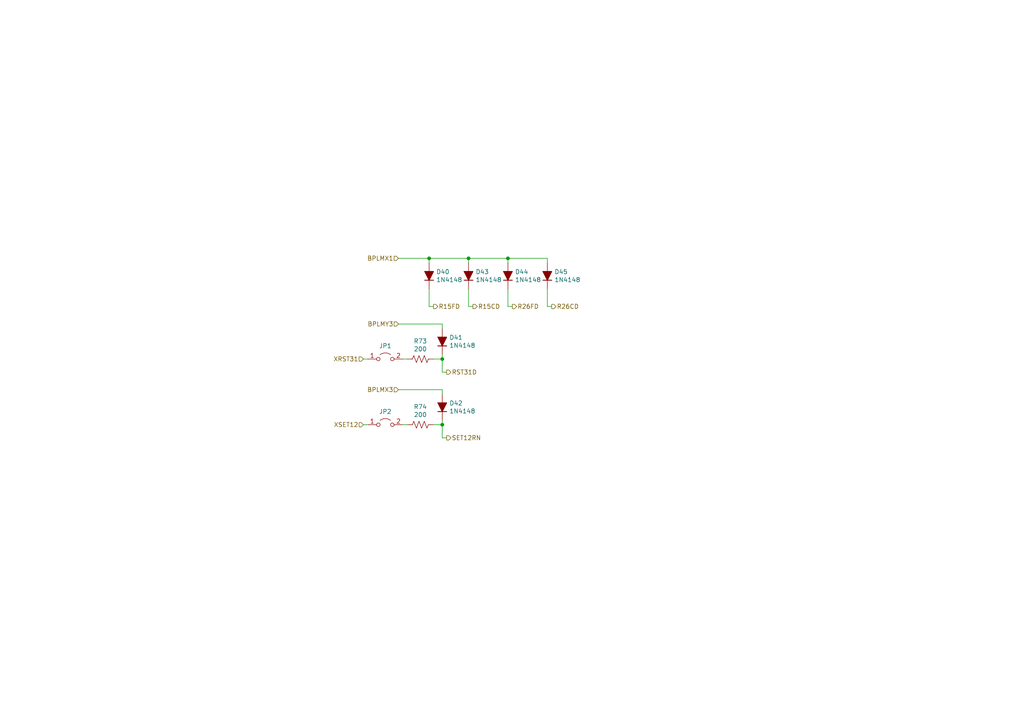
<source format=kicad_sch>
(kicad_sch (version 20211123) (generator eeschema)
  (paper "A4")
  (lib_symbols
    (symbol "Device:D_Filled" (pin_numbers hide) (pin_names (offset 1.016) hide)
      (property "Reference" "D" (at 0 2.54 0))
      (property "Value" "D_Filled" (at 0 -2.54 0))
      (symbol "D_Filled_0_1"
        (polyline (pts (xy -1.27 1.27) (xy -1.27 -1.27)) (stroke (width 0.254)))
        (polyline (pts (xy 1.27 0) (xy -1.27 0)))
        (polyline (pts (xy 1.27 1.27) (xy 1.27 -1.27) (xy -1.27 0) (xy 1.27 1.27)) (stroke (width 0.254)) (fill (type outline)))
      )
      (symbol "D_Filled_1_1"
        (pin passive line (at -3.81 0 0) (length 2.54) (name "K") (number "1"))
        (pin passive line (at 3.81 0 180) (length 2.54) (name "A") (number "2"))
      )
    )
    (symbol "Device:R_US" (pin_numbers hide) (pin_names (offset 0))
      (property "Reference" "R" (at 2.54 0 90))
      (property "Value" "R_US" (at -2.54 0 90))
      (symbol "R_US_0_1"
        (polyline (pts (xy 0 -2.286) (xy 0 -2.54)))
        (polyline (pts (xy 0 2.286) (xy 0 2.54)))
        (polyline (pts (xy 0 -0.762) (xy 1.016 -1.143) (xy 0 -1.524) (xy -1.016 -1.905) (xy 0 -2.286)))
        (polyline (pts (xy 0 0.762) (xy 1.016 0.381) (xy 0 0) (xy -1.016 -0.381) (xy 0 -0.762)))
        (polyline (pts (xy 0 2.286) (xy 1.016 1.905) (xy 0 1.524) (xy -1.016 1.143) (xy 0 0.762)))
      )
      (symbol "R_US_1_1"
        (pin passive line (at 0 3.81 270) (length 1.27) (name "~") (number "1"))
        (pin passive line (at 0 -3.81 90) (length 1.27) (name "~") (number "2"))
      )
    )
    (symbol "Jumper:Jumper_2_Open" (pin_names (offset 0) hide)
      (property "Reference" "JP" (at 0 2.794 0))
      (property "Value" "Jumper_2_Open" (at 0 -2.286 0))
      (symbol "Jumper_2_Open_0_0"
        (circle (center -2.032 0) (radius 0.508))
        (circle (center 2.032 0) (radius 0.508))
      )
      (symbol "Jumper_2_Open_0_1"
        (arc (start 1.524 1.27) (mid 0 1.778) (end -1.524 1.27))
      )
      (symbol "Jumper_2_Open_1_1"
        (pin passive line (at -5.08 0 0) (length 2.54) (name "A") (number "1"))
        (pin passive line (at 5.08 0 180) (length 2.54) (name "B") (number "2"))
      )
    )
  )
  (junction (at 135.89 74.93))
  (junction (at 128.27 123.19))
  (junction (at 124.46 74.93))
  (junction (at 128.27 104.14))
  (junction (at 147.32 74.93))
  (wire (pts (xy 128.27 123.19) (xy 128.27 127)))
  (wire (pts (xy 128.27 104.14) (xy 125.73 104.14)))
  (wire (pts (xy 115.57 93.98) (xy 128.27 93.98)))
  (wire (pts (xy 148.59 88.9) (xy 147.32 88.9)))
  (wire (pts (xy 147.32 74.93) (xy 158.75 74.93)))
  (wire (pts (xy 135.89 83.82) (xy 135.89 88.9)))
  (wire (pts (xy 118.11 123.19) (xy 116.84 123.19)))
  (wire (pts (xy 124.46 74.93) (xy 115.57 74.93)))
  (wire (pts (xy 158.75 74.93) (xy 158.75 76.2)))
  (wire (pts (xy 135.89 74.93) (xy 147.32 74.93)))
  (wire (pts (xy 124.46 83.82) (xy 124.46 88.9)))
  (wire (pts (xy 125.73 88.9) (xy 124.46 88.9)))
  (wire (pts (xy 129.54 127) (xy 128.27 127)))
  (wire (pts (xy 129.54 107.95) (xy 128.27 107.95)))
  (wire (pts (xy 147.32 83.82) (xy 147.32 88.9)))
  (wire (pts (xy 124.46 74.93) (xy 124.46 76.2)))
  (wire (pts (xy 147.32 74.93) (xy 147.32 76.2)))
  (wire (pts (xy 128.27 121.92) (xy 128.27 123.19)))
  (wire (pts (xy 135.89 74.93) (xy 135.89 76.2)))
  (wire (pts (xy 158.75 83.82) (xy 158.75 88.9)))
  (wire (pts (xy 128.27 113.03) (xy 128.27 114.3)))
  (wire (pts (xy 160.02 88.9) (xy 158.75 88.9)))
  (wire (pts (xy 124.46 74.93) (xy 135.89 74.93)))
  (wire (pts (xy 105.41 123.19) (xy 106.68 123.19)))
  (wire (pts (xy 128.27 95.25) (xy 128.27 93.98)))
  (wire (pts (xy 128.27 102.87) (xy 128.27 104.14)))
  (wire (pts (xy 118.11 104.14) (xy 116.84 104.14)))
  (wire (pts (xy 128.27 123.19) (xy 125.73 123.19)))
  (wire (pts (xy 105.41 104.14) (xy 106.68 104.14)))
  (wire (pts (xy 115.57 113.03) (xy 128.27 113.03)))
  (wire (pts (xy 128.27 104.14) (xy 128.27 107.95)))
  (wire (pts (xy 137.16 88.9) (xy 135.89 88.9)))
  (hierarchical_label "R15CD" (shape output) (at 137.16 88.9 0))
  (hierarchical_label "R26FD" (shape output) (at 148.59 88.9 0))
  (hierarchical_label "BPLMY3" (shape input) (at 115.57 93.98 180))
  (hierarchical_label "XSET12" (shape input) (at 105.41 123.19 180))
  (hierarchical_label "R15FD" (shape output) (at 125.73 88.9 0))
  (hierarchical_label "BPLMX1" (shape input) (at 115.57 74.93 180))
  (hierarchical_label "BPLMX3" (shape input) (at 115.57 113.03 180))
  (hierarchical_label "SET12RN" (shape output) (at 129.54 127 0))
  (hierarchical_label "XRST31" (shape input) (at 105.41 104.14 180))
  (hierarchical_label "RST31D" (shape output) (at 129.54 107.95 0))
  (hierarchical_label "R26CD" (shape output) (at 160.02 88.9 0))
  (symbol (lib_id "Device:D_Filled") (at 124.46 80.01 90) (unit 1)
    (property "Reference" "D40" (at 126.492 78.8416 90) (effects (justify right)))
    (property "Value" "1N4148" (at 126.492 81.153 90) (effects (justify right)))
    (property "Footprint" "Diode_SMD:D_SOD-323" (effects hide))
    (property "Part Number" "1N4148WSTR" (effects hide))
    (property "Digikey" "https://www.digikey.com/en/products/detail/smc-diode-solutions/1N4148WSTR/6022449" (effects hide))
  )
  (symbol (lib_id "Device:D_Filled") (at 135.89 80.01 90) (unit 1)
    (property "Reference" "D43" (at 137.922 78.8416 90) (effects (justify right)))
    (property "Value" "1N4148" (at 137.922 81.153 90) (effects (justify right)))
    (property "Footprint" "Diode_SMD:D_SOD-323" (effects hide))
    (property "Part Number" "1N4148WSTR" (effects hide))
    (property "Digikey" "https://www.digikey.com/en/products/detail/smc-diode-solutions/1N4148WSTR/6022449" (effects hide))
  )
  (symbol (lib_id "Device:D_Filled") (at 147.32 80.01 90) (unit 1)
    (property "Reference" "D44" (at 149.352 78.8416 90) (effects (justify right)))
    (property "Value" "1N4148" (at 149.352 81.153 90) (effects (justify right)))
    (property "Footprint" "Diode_SMD:D_SOD-323" (effects hide))
    (property "Part Number" "1N4148WSTR" (effects hide))
    (property "Digikey" "https://www.digikey.com/en/products/detail/smc-diode-solutions/1N4148WSTR/6022449" (effects hide))
  )
  (symbol (lib_id "Device:D_Filled") (at 158.75 80.01 90) (unit 1)
    (property "Reference" "D45" (at 160.782 78.8416 90) (effects (justify right)))
    (property "Value" "1N4148" (at 160.782 81.153 90) (effects (justify right)))
    (property "Footprint" "Diode_SMD:D_SOD-323" (effects hide))
    (property "Part Number" "1N4148WSTR" (effects hide))
    (property "Digikey" "https://www.digikey.com/en/products/detail/smc-diode-solutions/1N4148WSTR/6022449" (effects hide))
  )
  (symbol (lib_id "Device:D_Filled") (at 128.27 99.06 90) (unit 1)
    (property "Reference" "D41" (at 130.302 97.8916 90) (effects (justify right)))
    (property "Value" "1N4148" (at 130.302 100.203 90) (effects (justify right)))
    (property "Footprint" "Diode_SMD:D_SOD-323" (effects hide))
    (property "Part Number" "1N4148WSTR" (effects hide))
    (property "Digikey" "https://www.digikey.com/en/products/detail/smc-diode-solutions/1N4148WSTR/6022449" (effects hide))
  )
  (symbol (lib_id "Device:R_US") (at 121.92 104.14 90) (unit 1)
    (property "Reference" "R73" (at 121.92 98.933 90))
    (property "Value" "200" (at 121.92 101.2444 90))
    (property "Footprint" "Resistor_SMD:R_0603_1608Metric" (effects hide))
  )
  (symbol (lib_id "Device:D_Filled") (at 128.27 118.11 90) (unit 1)
    (property "Reference" "D42" (at 130.302 116.9416 90) (effects (justify right)))
    (property "Value" "1N4148" (at 130.302 119.253 90) (effects (justify right)))
    (property "Footprint" "Diode_SMD:D_SOD-323" (effects hide))
    (property "Part Number" "1N4148WSTR" (effects hide))
    (property "Digikey" "https://www.digikey.com/en/products/detail/smc-diode-solutions/1N4148WSTR/6022449" (effects hide))
  )
  (symbol (lib_id "Device:R_US") (at 121.92 123.19 90) (unit 1)
    (property "Reference" "R74" (at 121.92 117.983 90))
    (property "Value" "200" (at 121.92 120.2944 90))
    (property "Footprint" "Resistor_SMD:R_0603_1608Metric" (effects hide))
  )
  (symbol (lib_id "Jumper:Jumper_2_Open") (at 111.76 123.19 0) (unit 1)
    (property "Reference" "JP2" (at 111.76 119.38 0))
    (property "Value" "Jumper_2_Open" (effects hide))
    (property "Footprint" "Connector_PinHeader_2.00mm:PinHeader_1x02_P2.00mm_Vertical" (effects hide))
  )
  (symbol (lib_id "Jumper:Jumper_2_Open") (at 111.76 104.14 0) (unit 1)
    (property "Reference" "JP1" (at 111.76 100.33 0))
    (property "Value" "Jumper_2_Open" (effects hide))
    (property "Footprint" "Connector_PinHeader_2.00mm:PinHeader_1x02_P2.00mm_Vertical" (effects hide))
  )
)
</source>
